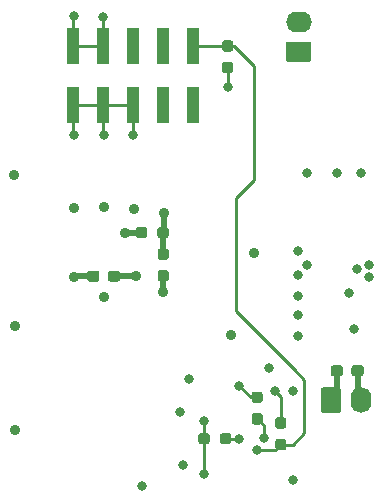
<source format=gbr>
%TF.GenerationSoftware,KiCad,Pcbnew,5.1.10-8.fc35*%
%TF.CreationDate,2021-11-18T10:19:23+00:00*%
%TF.ProjectId,cryosub_power_converter_top_v02,6372796f-7375-4625-9f70-6f7765725f63,rev?*%
%TF.SameCoordinates,Original*%
%TF.FileFunction,Copper,L4,Bot*%
%TF.FilePolarity,Positive*%
%FSLAX45Y45*%
G04 Gerber Fmt 4.5, Leading zero omitted, Abs format (unit mm)*
G04 Created by KiCad (PCBNEW 5.1.10-8.fc35) date 2021-11-18 10:19:23*
%MOMM*%
%LPD*%
G01*
G04 APERTURE LIST*
%TA.AperFunction,ComponentPad*%
%ADD10O,1.740000X2.190000*%
%TD*%
%TA.AperFunction,SMDPad,CuDef*%
%ADD11R,1.000000X3.150000*%
%TD*%
%TA.AperFunction,ComponentPad*%
%ADD12O,2.190000X1.740000*%
%TD*%
%TA.AperFunction,ViaPad*%
%ADD13C,0.800000*%
%TD*%
%TA.AperFunction,ViaPad*%
%ADD14C,0.900000*%
%TD*%
%TA.AperFunction,Conductor*%
%ADD15C,0.250000*%
%TD*%
%TA.AperFunction,Conductor*%
%ADD16C,0.500000*%
%TD*%
G04 APERTURE END LIST*
D10*
%TO.P,J1,2*%
%TO.N,GND*%
X13129000Y-13550000D03*
%TO.P,J1,1*%
%TO.N,VDC*%
%TA.AperFunction,ComponentPad*%
G36*
G01*
X12788000Y-13634500D02*
X12788000Y-13465500D01*
G75*
G02*
X12813000Y-13440500I25000J0D01*
G01*
X12937000Y-13440500D01*
G75*
G02*
X12962000Y-13465500I0J-25000D01*
G01*
X12962000Y-13634500D01*
G75*
G02*
X12937000Y-13659500I-25000J0D01*
G01*
X12813000Y-13659500D01*
G75*
G02*
X12788000Y-13634500I0J25000D01*
G01*
G37*
%TD.AperFunction*%
%TD*%
%TO.P,D1,2*%
%TO.N,GND*%
%TA.AperFunction,SMDPad,CuDef*%
G36*
G01*
X13047500Y-13323750D02*
X13047500Y-13276250D01*
G75*
G02*
X13071250Y-13252500I23750J0D01*
G01*
X13128750Y-13252500D01*
G75*
G02*
X13152500Y-13276250I0J-23750D01*
G01*
X13152500Y-13323750D01*
G75*
G02*
X13128750Y-13347500I-23750J0D01*
G01*
X13071250Y-13347500D01*
G75*
G02*
X13047500Y-13323750I0J23750D01*
G01*
G37*
%TD.AperFunction*%
%TO.P,D1,1*%
%TO.N,VDC*%
%TA.AperFunction,SMDPad,CuDef*%
G36*
G01*
X12872500Y-13323750D02*
X12872500Y-13276250D01*
G75*
G02*
X12896250Y-13252500I23750J0D01*
G01*
X12953750Y-13252500D01*
G75*
G02*
X12977500Y-13276250I0J-23750D01*
G01*
X12977500Y-13323750D01*
G75*
G02*
X12953750Y-13347500I-23750J0D01*
G01*
X12896250Y-13347500D01*
G75*
G02*
X12872500Y-13323750I0J23750D01*
G01*
G37*
%TD.AperFunction*%
%TD*%
%TO.P,R12,2*%
%TO.N,GND*%
%TA.AperFunction,SMDPad,CuDef*%
G36*
G01*
X11318750Y-12106250D02*
X11318750Y-12153750D01*
G75*
G02*
X11295000Y-12177500I-23750J0D01*
G01*
X11245000Y-12177500D01*
G75*
G02*
X11221250Y-12153750I0J23750D01*
G01*
X11221250Y-12106250D01*
G75*
G02*
X11245000Y-12082500I23750J0D01*
G01*
X11295000Y-12082500D01*
G75*
G02*
X11318750Y-12106250I0J-23750D01*
G01*
G37*
%TD.AperFunction*%
%TO.P,R12,1*%
%TO.N,Net-(PS1-Pad6)*%
%TA.AperFunction,SMDPad,CuDef*%
G36*
G01*
X11501250Y-12106250D02*
X11501250Y-12153750D01*
G75*
G02*
X11477500Y-12177500I-23750J0D01*
G01*
X11427500Y-12177500D01*
G75*
G02*
X11403750Y-12153750I0J23750D01*
G01*
X11403750Y-12106250D01*
G75*
G02*
X11427500Y-12082500I23750J0D01*
G01*
X11477500Y-12082500D01*
G75*
G02*
X11501250Y-12106250I0J-23750D01*
G01*
G37*
%TD.AperFunction*%
%TD*%
%TO.P,R11,2*%
%TO.N,Net-(PS1-Pad6)*%
%TA.AperFunction,SMDPad,CuDef*%
G36*
G01*
X11478750Y-12361250D02*
X11431250Y-12361250D01*
G75*
G02*
X11407500Y-12337500I0J23750D01*
G01*
X11407500Y-12287500D01*
G75*
G02*
X11431250Y-12263750I23750J0D01*
G01*
X11478750Y-12263750D01*
G75*
G02*
X11502500Y-12287500I0J-23750D01*
G01*
X11502500Y-12337500D01*
G75*
G02*
X11478750Y-12361250I-23750J0D01*
G01*
G37*
%TD.AperFunction*%
%TO.P,R11,1*%
%TO.N,Net-(C8-Pad1)*%
%TA.AperFunction,SMDPad,CuDef*%
G36*
G01*
X11478750Y-12543750D02*
X11431250Y-12543750D01*
G75*
G02*
X11407500Y-12520000I0J23750D01*
G01*
X11407500Y-12470000D01*
G75*
G02*
X11431250Y-12446250I23750J0D01*
G01*
X11478750Y-12446250D01*
G75*
G02*
X11502500Y-12470000I0J-23750D01*
G01*
X11502500Y-12520000D01*
G75*
G02*
X11478750Y-12543750I-23750J0D01*
G01*
G37*
%TD.AperFunction*%
%TD*%
%TO.P,D2,2*%
%TO.N,Net-(C8-Pad1)*%
%TA.AperFunction,SMDPad,CuDef*%
G36*
G01*
X10985000Y-12523750D02*
X10985000Y-12476250D01*
G75*
G02*
X11008750Y-12452500I23750J0D01*
G01*
X11066250Y-12452500D01*
G75*
G02*
X11090000Y-12476250I0J-23750D01*
G01*
X11090000Y-12523750D01*
G75*
G02*
X11066250Y-12547500I-23750J0D01*
G01*
X11008750Y-12547500D01*
G75*
G02*
X10985000Y-12523750I0J23750D01*
G01*
G37*
%TD.AperFunction*%
%TO.P,D2,1*%
%TO.N,Net-(C7-Pad1)*%
%TA.AperFunction,SMDPad,CuDef*%
G36*
G01*
X10810000Y-12523750D02*
X10810000Y-12476250D01*
G75*
G02*
X10833750Y-12452500I23750J0D01*
G01*
X10891250Y-12452500D01*
G75*
G02*
X10915000Y-12476250I0J-23750D01*
G01*
X10915000Y-12523750D01*
G75*
G02*
X10891250Y-12547500I-23750J0D01*
G01*
X10833750Y-12547500D01*
G75*
G02*
X10810000Y-12523750I0J23750D01*
G01*
G37*
%TD.AperFunction*%
%TD*%
D11*
%TO.P,J2,10*%
%TO.N,Net-(J2-Pad10)*%
X11708000Y-11052500D03*
%TO.P,J2,9*%
%TO.N,/thermistor*%
X11708000Y-10547500D03*
%TO.P,J2,8*%
%TO.N,Net-(J2-Pad8)*%
X11454000Y-11052500D03*
%TO.P,J2,7*%
%TO.N,Net-(J2-Pad7)*%
X11454000Y-10547500D03*
%TO.P,J2,6*%
%TO.N,GND*%
X11200000Y-11052500D03*
%TO.P,J2,5*%
%TO.N,Net-(J2-Pad5)*%
X11200000Y-10547500D03*
%TO.P,J2,4*%
%TO.N,GND*%
X10946000Y-11052500D03*
%TO.P,J2,3*%
%TO.N,/dc_dc/vout*%
X10946000Y-10547500D03*
%TO.P,J2,2*%
%TO.N,GND*%
X10692000Y-11052500D03*
%TO.P,J2,1*%
%TO.N,/dc_dc/vout*%
X10692000Y-10547500D03*
%TD*%
D12*
%TO.P,J3,2*%
%TO.N,GND*%
X12600000Y-10346000D03*
%TO.P,J3,1*%
%TO.N,/p5v_out*%
%TA.AperFunction,ComponentPad*%
G36*
G01*
X12684500Y-10687000D02*
X12515500Y-10687000D01*
G75*
G02*
X12490500Y-10662000I0J25000D01*
G01*
X12490500Y-10538000D01*
G75*
G02*
X12515500Y-10513000I25000J0D01*
G01*
X12684500Y-10513000D01*
G75*
G02*
X12709500Y-10538000I0J-25000D01*
G01*
X12709500Y-10662000D01*
G75*
G02*
X12684500Y-10687000I-25000J0D01*
G01*
G37*
%TD.AperFunction*%
%TD*%
%TO.P,R4,2*%
%TO.N,/thermistor*%
%TA.AperFunction,SMDPad,CuDef*%
G36*
G01*
X12426250Y-13876250D02*
X12473750Y-13876250D01*
G75*
G02*
X12497500Y-13900000I0J-23750D01*
G01*
X12497500Y-13950000D01*
G75*
G02*
X12473750Y-13973750I-23750J0D01*
G01*
X12426250Y-13973750D01*
G75*
G02*
X12402500Y-13950000I0J23750D01*
G01*
X12402500Y-13900000D01*
G75*
G02*
X12426250Y-13876250I23750J0D01*
G01*
G37*
%TD.AperFunction*%
%TO.P,R4,1*%
%TO.N,/On When Warm/VD1*%
%TA.AperFunction,SMDPad,CuDef*%
G36*
G01*
X12426250Y-13693750D02*
X12473750Y-13693750D01*
G75*
G02*
X12497500Y-13717500I0J-23750D01*
G01*
X12497500Y-13767500D01*
G75*
G02*
X12473750Y-13791250I-23750J0D01*
G01*
X12426250Y-13791250D01*
G75*
G02*
X12402500Y-13767500I0J23750D01*
G01*
X12402500Y-13717500D01*
G75*
G02*
X12426250Y-13693750I23750J0D01*
G01*
G37*
%TD.AperFunction*%
%TD*%
%TO.P,R5,2*%
%TO.N,GND*%
%TA.AperFunction,SMDPad,CuDef*%
G36*
G01*
X11933750Y-13898750D02*
X11933750Y-13851250D01*
G75*
G02*
X11957500Y-13827500I23750J0D01*
G01*
X12007500Y-13827500D01*
G75*
G02*
X12031250Y-13851250I0J-23750D01*
G01*
X12031250Y-13898750D01*
G75*
G02*
X12007500Y-13922500I-23750J0D01*
G01*
X11957500Y-13922500D01*
G75*
G02*
X11933750Y-13898750I0J23750D01*
G01*
G37*
%TD.AperFunction*%
%TO.P,R5,1*%
%TO.N,/On When Warm/vs*%
%TA.AperFunction,SMDPad,CuDef*%
G36*
G01*
X11751250Y-13898750D02*
X11751250Y-13851250D01*
G75*
G02*
X11775000Y-13827500I23750J0D01*
G01*
X11825000Y-13827500D01*
G75*
G02*
X11848750Y-13851250I0J-23750D01*
G01*
X11848750Y-13898750D01*
G75*
G02*
X11825000Y-13922500I-23750J0D01*
G01*
X11775000Y-13922500D01*
G75*
G02*
X11751250Y-13898750I0J23750D01*
G01*
G37*
%TD.AperFunction*%
%TD*%
%TO.P,R6,2*%
%TO.N,/On When Warm/vd2*%
%TA.AperFunction,SMDPad,CuDef*%
G36*
G01*
X12226250Y-13658750D02*
X12273750Y-13658750D01*
G75*
G02*
X12297500Y-13682500I0J-23750D01*
G01*
X12297500Y-13732500D01*
G75*
G02*
X12273750Y-13756250I-23750J0D01*
G01*
X12226250Y-13756250D01*
G75*
G02*
X12202500Y-13732500I0J23750D01*
G01*
X12202500Y-13682500D01*
G75*
G02*
X12226250Y-13658750I23750J0D01*
G01*
G37*
%TD.AperFunction*%
%TO.P,R6,1*%
%TO.N,/On When Warm/vg1*%
%TA.AperFunction,SMDPad,CuDef*%
G36*
G01*
X12226250Y-13476250D02*
X12273750Y-13476250D01*
G75*
G02*
X12297500Y-13500000I0J-23750D01*
G01*
X12297500Y-13550000D01*
G75*
G02*
X12273750Y-13573750I-23750J0D01*
G01*
X12226250Y-13573750D01*
G75*
G02*
X12202500Y-13550000I0J23750D01*
G01*
X12202500Y-13500000D01*
G75*
G02*
X12226250Y-13476250I23750J0D01*
G01*
G37*
%TD.AperFunction*%
%TD*%
%TO.P,R8,1*%
%TO.N,VDC*%
%TA.AperFunction,SMDPad,CuDef*%
G36*
G01*
X12023750Y-10781250D02*
X11976250Y-10781250D01*
G75*
G02*
X11952500Y-10757500I0J23750D01*
G01*
X11952500Y-10707500D01*
G75*
G02*
X11976250Y-10683750I23750J0D01*
G01*
X12023750Y-10683750D01*
G75*
G02*
X12047500Y-10707500I0J-23750D01*
G01*
X12047500Y-10757500D01*
G75*
G02*
X12023750Y-10781250I-23750J0D01*
G01*
G37*
%TD.AperFunction*%
%TO.P,R8,2*%
%TO.N,/thermistor*%
%TA.AperFunction,SMDPad,CuDef*%
G36*
G01*
X12023750Y-10598750D02*
X11976250Y-10598750D01*
G75*
G02*
X11952500Y-10575000I0J23750D01*
G01*
X11952500Y-10525000D01*
G75*
G02*
X11976250Y-10501250I23750J0D01*
G01*
X12023750Y-10501250D01*
G75*
G02*
X12047500Y-10525000I0J-23750D01*
G01*
X12047500Y-10575000D01*
G75*
G02*
X12023750Y-10598750I-23750J0D01*
G01*
G37*
%TD.AperFunction*%
%TD*%
D13*
%TO.N,GND*%
X12595000Y-12285000D03*
X12675000Y-12405000D03*
X12595000Y-12485000D03*
X13095259Y-12437500D03*
X13195000Y-12405000D03*
X13195000Y-12505000D03*
X10700000Y-11300000D03*
X10950000Y-11300000D03*
X11200000Y-11300000D03*
X12350000Y-13275000D03*
X12100000Y-13875000D03*
X12925000Y-11625000D03*
X13125000Y-11625000D03*
X12675000Y-11625000D03*
X13030000Y-12640000D03*
X13070000Y-12950000D03*
D14*
X10200000Y-13800000D03*
X10200000Y-12925000D03*
X10950000Y-12675000D03*
X12025000Y-13000000D03*
X12225000Y-12300000D03*
X10696000Y-11919000D03*
X10950000Y-11910000D03*
X11204000Y-11934000D03*
X11130000Y-12130000D03*
D13*
X11600000Y-13645000D03*
%TO.N,/On When Warm/VD1*%
X12400000Y-13475000D03*
%TO.N,/On When Warm/vs*%
X11800000Y-13725000D03*
X11800000Y-14175000D03*
%TO.N,/On When Warm/vg1*%
X12100000Y-13425000D03*
%TO.N,/thermistor*%
X12250000Y-13975000D03*
%TO.N,/On When Warm/vd2*%
X12305132Y-13870617D03*
%TO.N,VDC*%
X12595000Y-12665000D03*
X12595000Y-12825000D03*
X12595000Y-13005000D03*
X12000000Y-10900000D03*
X11278000Y-14278000D03*
X12550000Y-13475000D03*
X12550000Y-14225000D03*
X11625000Y-14100000D03*
X11674818Y-13368949D03*
%TO.N,/dc_dc/vout*%
X10946000Y-10304000D03*
X10700000Y-10300000D03*
D14*
%TO.N,Net-(PS1-Pad10)*%
X10195000Y-11640000D03*
%TO.N,Net-(PS1-Pad6)*%
X11460000Y-11960000D03*
%TO.N,Net-(C7-Pad1)*%
X10696000Y-12504000D03*
%TO.N,Net-(C8-Pad1)*%
X11225000Y-12500000D03*
X11455000Y-12630000D03*
%TD*%
D15*
%TO.N,GND*%
X13095000Y-12437240D02*
X13095259Y-12437500D01*
X13095000Y-12425000D02*
X13095000Y-12437240D01*
X10692000Y-11292000D02*
X10700000Y-11300000D01*
X10692000Y-11052500D02*
X10692000Y-11292000D01*
X10946000Y-11296000D02*
X10950000Y-11300000D01*
X10946000Y-11052500D02*
X10946000Y-11296000D01*
X11200000Y-11052500D02*
X11200000Y-11300000D01*
X10692000Y-11052500D02*
X10946000Y-11052500D01*
X10946000Y-11052500D02*
X11200000Y-11052500D01*
X11982500Y-13875000D02*
X12100000Y-13875000D01*
D16*
X11270000Y-12130000D02*
X11130000Y-12130000D01*
X13100000Y-13521000D02*
X13129000Y-13550000D01*
X13100000Y-13300000D02*
X13100000Y-13521000D01*
D15*
%TO.N,/On When Warm/VD1*%
X12450000Y-13742500D02*
X12450000Y-13525000D01*
X12450000Y-13525000D02*
X12400000Y-13475000D01*
%TO.N,/On When Warm/vs*%
X11800000Y-13875000D02*
X11800000Y-13725000D01*
X11800000Y-13875000D02*
X11800000Y-14175000D01*
%TO.N,/On When Warm/vg1*%
X12200000Y-13525000D02*
X12100000Y-13425000D01*
X12250000Y-13525000D02*
X12200000Y-13525000D01*
%TO.N,/thermistor*%
X11997500Y-10547500D02*
X12000000Y-10550000D01*
X11708000Y-10547500D02*
X11997500Y-10547500D01*
X12400000Y-13975000D02*
X12450000Y-13925000D01*
X12250000Y-13975000D02*
X12400000Y-13975000D01*
X12650000Y-13375000D02*
X12650000Y-13825000D01*
X12550000Y-13925000D02*
X12450000Y-13925000D01*
X12650000Y-13825000D02*
X12550000Y-13925000D01*
X12070000Y-12795000D02*
X12560000Y-13285000D01*
X12070000Y-11835000D02*
X12070000Y-12795000D01*
X12220000Y-10720000D02*
X12220000Y-11685000D01*
X12050000Y-10550000D02*
X12220000Y-10720000D01*
X12000000Y-10550000D02*
X12050000Y-10550000D01*
X12220000Y-11685000D02*
X12070000Y-11835000D01*
X12560000Y-13285000D02*
X12650000Y-13375000D01*
X12530001Y-13255001D02*
X12560000Y-13285000D01*
%TO.N,/On When Warm/vd2*%
X12305132Y-13762632D02*
X12250000Y-13707500D01*
X12305132Y-13870617D02*
X12305132Y-13762632D01*
%TO.N,VDC*%
X12595000Y-12645000D02*
X12595000Y-12665000D01*
X12000000Y-10732500D02*
X12000000Y-10900000D01*
D16*
X12925000Y-13500000D02*
X12875000Y-13550000D01*
X12925000Y-13300000D02*
X12925000Y-13500000D01*
D15*
%TO.N,/dc_dc/vout*%
X10946000Y-10547500D02*
X10946000Y-10304000D01*
X10692000Y-10308000D02*
X10700000Y-10300000D01*
X10692000Y-10547500D02*
X10692000Y-10308000D01*
X10692000Y-10547500D02*
X10946000Y-10547500D01*
D16*
%TO.N,Net-(PS1-Pad6)*%
X11460000Y-12122500D02*
X11452500Y-12130000D01*
X11460000Y-11960000D02*
X11460000Y-12122500D01*
X11452500Y-12310000D02*
X11455000Y-12312500D01*
X11452500Y-12130000D02*
X11452500Y-12310000D01*
%TO.N,Net-(C7-Pad1)*%
X10700000Y-12500000D02*
X10696000Y-12504000D01*
X10862500Y-12500000D02*
X10700000Y-12500000D01*
%TO.N,Net-(C8-Pad1)*%
X11037500Y-12500000D02*
X11225000Y-12500000D01*
X11455000Y-12495000D02*
X11455000Y-12630000D01*
%TD*%
M02*

</source>
